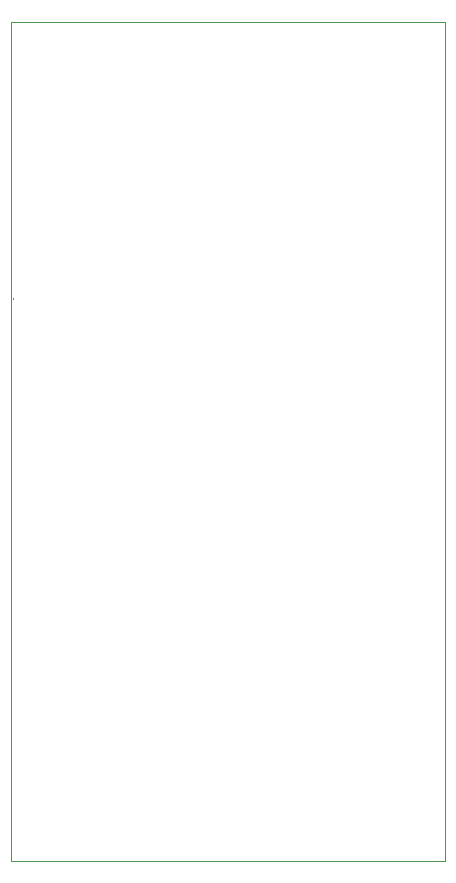
<source format=gbr>
G04 (created by PCBNEW (2013-07-07 BZR 4022)-stable) date 8/17/2015 4:18:57 PM*
%MOIN*%
G04 Gerber Fmt 3.4, Leading zero omitted, Abs format*
%FSLAX34Y34*%
G01*
G70*
G90*
G04 APERTURE LIST*
%ADD10C,0.00590551*%
%ADD11C,0.00393701*%
G04 APERTURE END LIST*
G54D10*
G54D11*
X105669Y-25472D02*
X105669Y-53464D01*
X91220Y-25472D02*
X105669Y-25472D01*
X91220Y-53464D02*
X91220Y-25472D01*
X91259Y-34681D02*
X91259Y-34708D01*
X91240Y-53460D02*
X105649Y-53460D01*
M02*

</source>
